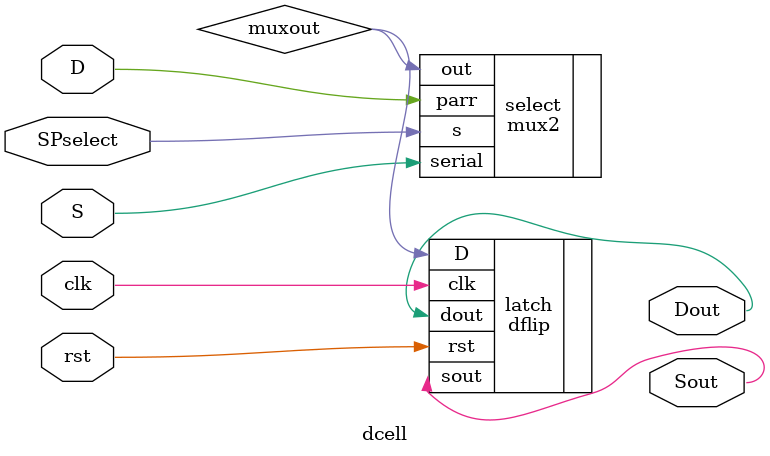
<source format=v>
`timescale 1ns / 1ps


module dcell(
    input rst,
    input clk,
    input SPselect,
    input D,
    input S,
    output Sout,
    output Dout
    );
    
wire muxout, rst;

mux2 select(
    .s(SPselect),
    .serial(S),
    .parr(D),
    .out(muxout)
);

dflip latch (
    .D(muxout),
    .clk(clk),
    .rst(rst),
    .sout(Sout),
    .dout(Dout)
);


endmodule

</source>
